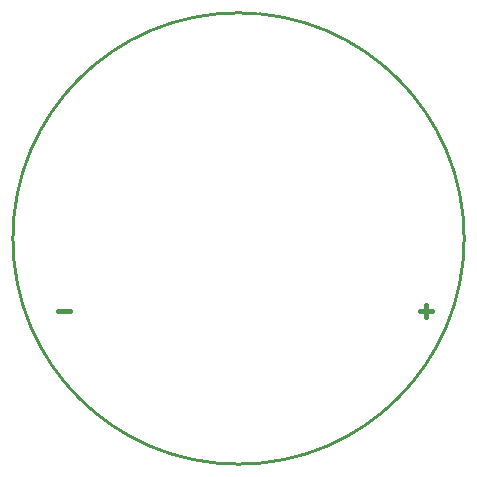
<source format=gbr>
G04*
G04 #@! TF.GenerationSoftware,Altium Limited,Altium Designer,22.4.2 (48)*
G04*
G04 Layer_Color=16711935*
%FSLAX25Y25*%
%MOIN*%
G70*
G04*
G04 #@! TF.SameCoordinates,E0429A30-625B-487D-920A-78A689974169*
G04*
G04*
G04 #@! TF.FilePolarity,Positive*
G04*
G01*
G75*
%ADD11C,0.01000*%
%ADD24C,0.01500*%
D11*
X150020Y74803D02*
G03*
X150020Y74803I-75216J0D01*
G01*
D24*
X135358Y50743D02*
X139357D01*
X137358Y52743D02*
Y48744D01*
X14500Y50500D02*
X18499D01*
M02*

</source>
